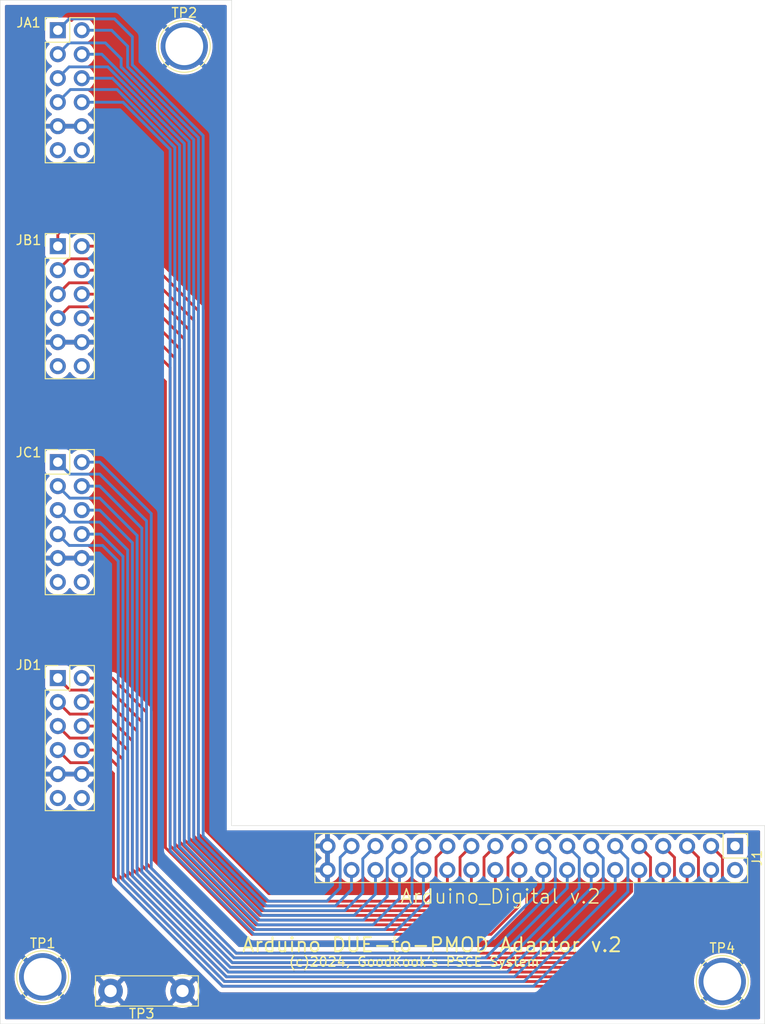
<source format=kicad_pcb>
(kicad_pcb (version 20240108) (generator "pcbnew") (generator_version "8.0")
  (layers (0 "F.Cu" signal) (31 "B.Cu" signal) (34 "B.Paste" user) (35 "F.Paste" user) (36 "B.SilkS" user "B.Silkscreen") (37 "F.SilkS" user "F.Silkscreen") (38 "B.Mask" user) (39 "F.Mask" user) (44 "Edge.Cuts" user))
  (net 0 "")
  (net 1 "GND")
  (net 4 "Net-(J1-Pin_14)")
  (net 5 "Net-(J1-Pin_19)")
  (net 6 "Net-(J1-Pin_6)")
  (net 7 "Net-(J1-Pin_20)")
  (net 9 "Net-(J1-Pin_10)")
  (net 10 "Net-(J1-Pin_3)")
  (net 11 "Net-(J1-Pin_13)")
  (net 12 "Net-(J1-Pin_4)")
  (net 13 "Net-(J1-Pin_5)")
  (net 14 "Net-(J1-Pin_26)")
  (net 15 "Net-(J1-Pin_28)")
  (net 16 "Net-(J1-Pin_30)")
  (net 17 "Net-(J1-Pin_32)")
  (net 18 "Net-(J1-Pin_17)")
  (net 19 "Net-(J1-Pin_9)")
  (net 20 "Net-(J1-Pin_12)")
  (net 21 "Net-(J1-Pin_18)")
  (net 22 "Net-(J1-Pin_25)")
  (net 23 "Net-(J1-Pin_21)")
  (net 24 "Net-(J1-Pin_22)")
  (net 25 "Net-(J1-Pin_15)")
  (net 26 "Net-(J1-Pin_29)")
  (net 27 "Net-(J1-Pin_8)")
  (net 28 "Net-(J1-Pin_33)")
  (net 29 "Net-(J1-Pin_16)")
  (net 30 "Net-(J1-Pin_23)")
  (net 31 "Net-(J1-Pin_11)")
  (net 32 "Net-(J1-Pin_7)")
  (net 33 "Net-(J1-Pin_27)")
  (net 34 "Net-(J1-Pin_24)")
  (net 36 "Net-(J1-Pin_34)")
  (net 37 "Net-(J1-Pin_31)")
  (footprint "TestPoint:TestPoint_Plated_Hole_D4.0mm" (layer "F.Cu") (at 115 52.5)
    (property "Reference" "TP2" (at 0 -3.548 0) (layer "F.SilkS"))
    (property "Value" "TestPoint" (hide yes))
    (fp_circle (center 0 0) (end 0 2.75) (stroke (width 0.12)) (fill none) (layer "F.SilkS"))
    (pad "1" thru_hole circle (at 0 0) (size 5 5) (drill 4) (layers "*.Cu" "*.Mask") (net 1 "GND"))
  )
  (footprint "TestPoint:TestPoint_Plated_Hole_D4.0mm" (layer "F.Cu") (at 172 151.5)
    (property "Reference" "TP4" (at 0 -3.548 0) (layer "F.SilkS"))
    (property "Value" "TestPoint" (hide yes))
    (fp_circle (center 0 0) (end 0 2.75) (stroke (width 0.12)) (fill none) (layer "F.SilkS"))
    (pad "1" thru_hole circle (at 0 0) (size 5 5) (drill 4) (layers "*.Cu" "*.Mask") (net 1 "GND"))
  )
  (footprint "Connector_PinHeader_2.54mm:PinHeader_2x06_P2.54mm_Vertical" (layer "F.Cu") (at 101.6 50.8)
    (property "Reference" "JA1" (at -3.1 -0.8 0) (layer "F.SilkS"))
    (property "Value" "A7_JA")
    (fp_line (start -1.33 -1.33) (end 0 -1.33) (stroke (width 0.12)) (layer "F.SilkS"))
    (fp_line (start -1.33 0) (end -1.33 -1.33) (stroke (width 0.12)) (layer "F.SilkS"))
    (fp_line (start -1.33 1.27) (end -1.33 14.03) (stroke (width 0.12)) (layer "F.SilkS"))
    (fp_line (start -1.33 1.27) (end 1.27 1.27) (stroke (width 0.12)) (layer "F.SilkS"))
    (fp_line (start -1.33 14.03) (end 3.87 14.03) (stroke (width 0.12)) (layer "F.SilkS"))
    (fp_line (start 1.27 -1.33) (end 3.87 -1.33) (stroke (width 0.12)) (layer "F.SilkS"))
    (fp_line (start 1.27 1.27) (end 1.27 -1.33) (stroke (width 0.12)) (layer "F.SilkS"))
    (fp_line (start 3.87 -1.33) (end 3.87 14.03) (stroke (width 0.12)) (layer "F.SilkS"))
    (pad "1" thru_hole rect (at 0 0) (size 1.7 1.7) (drill 1) (layers "*.Cu" "*.Mask") (net 28 "Net-(J1-Pin_33)"))
    (pad "2" thru_hole oval (at 2.54 0) (size 1.7 1.7) (drill 1) (layers "*.Cu" "*.Mask") (net 36 "Net-(J1-Pin_34)"))
    (pad "3" thru_hole oval (at 0 2.54) (size 1.7 1.7) (drill 1) (layers "*.Cu" "*.Mask") (net 37 "Net-(J1-Pin_31)"))
    (pad "4" thru_hole oval (at 2.54 2.54) (size 1.7 1.7) (drill 1) (layers "*.Cu" "*.Mask") (net 17 "Net-(J1-Pin_32)"))
    (pad "5" thru_hole oval (at 0 5.08) (size 1.7 1.7) (drill 1) (layers "*.Cu" "*.Mask") (net 26 "Net-(J1-Pin_29)"))
    (pad "6" thru_hole oval (at 2.54 5.08) (size 1.7 1.7) (drill 1) (layers "*.Cu" "*.Mask") (net 16 "Net-(J1-Pin_30)"))
    (pad "7" thru_hole oval (at 0 7.62) (size 1.7 1.7) (drill 1) (layers "*.Cu" "*.Mask") (net 33 "Net-(J1-Pin_27)"))
    (pad "8" thru_hole oval (at 2.54 7.62) (size 1.7 1.7) (drill 1) (layers "*.Cu" "*.Mask") (net 15 "Net-(J1-Pin_28)"))
    (pad "9" thru_hole oval (at 0 10.16) (size 1.7 1.7) (drill 1) (layers "*.Cu" "*.Mask") (net 1 "GND"))
    (pad "10" thru_hole oval (at 2.54 10.16) (size 1.7 1.7) (drill 1) (layers "*.Cu" "*.Mask") (net 1 "GND"))
    (pad "11" thru_hole oval (at 0 12.7) (size 1.7 1.7) (drill 1) (layers "*.Cu" "*.Mask"))
    (pad "12" thru_hole oval (at 2.54 12.7) (size 1.7 1.7) (drill 1) (layers "*.Cu" "*.Mask"))
  )
  (footprint "Connector_PinHeader_2.54mm:PinHeader_2x06_P2.54mm_Vertical" (layer "F.Cu") (at 101.6 96.52)
    (property "Reference" "JC1" (at -3.1 -1.02 0) (layer "F.SilkS"))
    (property "Value" "A7_JC")
    (fp_line (start -1.33 -1.33) (end 0 -1.33) (stroke (width 0.12)) (layer "F.SilkS"))
    (fp_line (start -1.33 0) (end -1.33 -1.33) (stroke (width 0.12)) (layer "F.SilkS"))
    (fp_line (start -1.33 1.27) (end -1.33 14.03) (stroke (width 0.12)) (layer "F.SilkS"))
    (fp_line (start -1.33 1.27) (end 1.27 1.27) (stroke (width 0.12)) (layer "F.SilkS"))
    (fp_line (start -1.33 14.03) (end 3.87 14.03) (stroke (width 0.12)) (layer "F.SilkS"))
    (fp_line (start 1.27 -1.33) (end 3.87 -1.33) (stroke (width 0.12)) (layer "F.SilkS"))
    (fp_line (start 1.27 1.27) (end 1.27 -1.33) (stroke (width 0.12)) (layer "F.SilkS"))
    (fp_line (start 3.87 -1.33) (end 3.87 14.03) (stroke (width 0.12)) (layer "F.SilkS"))
    (pad "1" thru_hole rect (at 0 0) (size 1.7 1.7) (drill 1) (layers "*.Cu" "*.Mask") (net 18 "Net-(J1-Pin_17)"))
    (pad "2" thru_hole oval (at 2.54 0) (size 1.7 1.7) (drill 1) (layers "*.Cu" "*.Mask") (net 21 "Net-(J1-Pin_18)"))
    (pad "3" thru_hole oval (at 0 2.54) (size 1.7 1.7) (drill 1) (layers "*.Cu" "*.Mask") (net 25 "Net-(J1-Pin_15)"))
    (pad "4" thru_hole oval (at 2.54 2.54) (size 1.7 1.7) (drill 1) (layers "*.Cu" "*.Mask") (net 29 "Net-(J1-Pin_16)"))
    (pad "5" thru_hole oval (at 0 5.08) (size 1.7 1.7) (drill 1) (layers "*.Cu" "*.Mask") (net 11 "Net-(J1-Pin_13)"))
    (pad "6" thru_hole oval (at 2.54 5.08) (size 1.7 1.7) (drill 1) (layers "*.Cu" "*.Mask") (net 4 "Net-(J1-Pin_14)"))
    (pad "7" thru_hole oval (at 0 7.62) (size 1.7 1.7) (drill 1) (layers "*.Cu" "*.Mask") (net 31 "Net-(J1-Pin_11)"))
    (pad "8" thru_hole oval (at 2.54 7.62) (size 1.7 1.7) (drill 1) (layers "*.Cu" "*.Mask") (net 20 "Net-(J1-Pin_12)"))
    (pad "9" thru_hole oval (at 0 10.16) (size 1.7 1.7) (drill 1) (layers "*.Cu" "*.Mask") (net 1 "GND"))
    (pad "10" thru_hole oval (at 2.54 10.16) (size 1.7 1.7) (drill 1) (layers "*.Cu" "*.Mask") (net 1 "GND"))
    (pad "11" thru_hole oval (at 0 12.7) (size 1.7 1.7) (drill 1) (layers "*.Cu" "*.Mask"))
    (pad "12" thru_hole oval (at 2.54 12.7) (size 1.7 1.7) (drill 1) (layers "*.Cu" "*.Mask"))
  )
  (footprint "Connector_PinHeader_2.54mm:PinHeader_2x06_P2.54mm_Vertical" (layer "F.Cu") (at 101.6 73.66)
    (property "Reference" "JB1" (at -3.1 -0.635 0) (layer "F.SilkS"))
    (property "Value" "A7_JB")
    (fp_line (start -1.33 -1.33) (end 0 -1.33) (stroke (width 0.12)) (layer "F.SilkS"))
    (fp_line (start -1.33 0) (end -1.33 -1.33) (stroke (width 0.12)) (layer "F.SilkS"))
    (fp_line (start -1.33 1.27) (end -1.33 14.03) (stroke (width 0.12)) (layer "F.SilkS"))
    (fp_line (start -1.33 1.27) (end 1.27 1.27) (stroke (width 0.12)) (layer "F.SilkS"))
    (fp_line (start -1.33 14.03) (end 3.87 14.03) (stroke (width 0.12)) (layer "F.SilkS"))
    (fp_line (start 1.27 -1.33) (end 3.87 -1.33) (stroke (width 0.12)) (layer "F.SilkS"))
    (fp_line (start 1.27 1.27) (end 1.27 -1.33) (stroke (width 0.12)) (layer "F.SilkS"))
    (fp_line (start 3.87 -1.33) (end 3.87 14.03) (stroke (width 0.12)) (layer "F.SilkS"))
    (pad "1" thru_hole rect (at 0 0) (size 1.7 1.7) (drill 1) (layers "*.Cu" "*.Mask") (net 22 "Net-(J1-Pin_25)"))
    (pad "2" thru_hole oval (at 2.54 0) (size 1.7 1.7) (drill 1) (layers "*.Cu" "*.Mask") (net 14 "Net-(J1-Pin_26)"))
    (pad "3" thru_hole oval (at 0 2.54) (size 1.7 1.7) (drill 1) (layers "*.Cu" "*.Mask") (net 30 "Net-(J1-Pin_23)"))
    (pad "4" thru_hole oval (at 2.54 2.54) (size 1.7 1.7) (drill 1) (layers "*.Cu" "*.Mask") (net 34 "Net-(J1-Pin_24)"))
    (pad "5" thru_hole oval (at 0 5.08) (size 1.7 1.7) (drill 1) (layers "*.Cu" "*.Mask") (net 23 "Net-(J1-Pin_21)"))
    (pad "6" thru_hole oval (at 2.54 5.08) (size 1.7 1.7) (drill 1) (layers "*.Cu" "*.Mask") (net 24 "Net-(J1-Pin_22)"))
    (pad "7" thru_hole oval (at 0 7.62) (size 1.7 1.7) (drill 1) (layers "*.Cu" "*.Mask") (net 5 "Net-(J1-Pin_19)"))
    (pad "8" thru_hole oval (at 2.54 7.62) (size 1.7 1.7) (drill 1) (layers "*.Cu" "*.Mask") (net 7 "Net-(J1-Pin_20)"))
    (pad "9" thru_hole oval (at 0 10.16) (size 1.7 1.7) (drill 1) (layers "*.Cu" "*.Mask") (net 1 "GND"))
    (pad "10" thru_hole oval (at 2.54 10.16) (size 1.7 1.7) (drill 1) (layers "*.Cu" "*.Mask") (net 1 "GND"))
    (pad "11" thru_hole oval (at 0 12.7) (size 1.7 1.7) (drill 1) (layers "*.Cu" "*.Mask"))
    (pad "12" thru_hole oval (at 2.54 12.7) (size 1.7 1.7) (drill 1) (layers "*.Cu" "*.Mask"))
  )
  (footprint "TestPoint:TestPoint_Plated_Hole_D4.0mm" (layer "F.Cu") (at 100 151)
    (property "Reference" "TP1" (at 0 -3.548 0) (layer "F.SilkS"))
    (property "Value" "TestPoint" (hide yes))
    (fp_circle (center 0 0) (end 0 2.75) (stroke (width 0.12)) (fill none) (layer "F.SilkS"))
    (pad "1" thru_hole circle (at 0 0) (size 5 5) (drill 4) (layers "*.Cu" "*.Mask") (net 1 "GND"))
  )
  (footprint "Connector_PinHeader_2.54mm:PinHeader_2x06_P2.54mm_Vertical" (layer "F.Cu") (at 101.6 119.38)
    (property "Reference" "JD1" (at -3.1 -1.38 0) (layer "F.SilkS"))
    (property "Value" "A7_JD")
    (fp_line (start -1.33 -1.33) (end 0 -1.33) (stroke (width 0.12)) (layer "F.SilkS"))
    (fp_line (start -1.33 0) (end -1.33 -1.33) (stroke (width 0.12)) (layer "F.SilkS"))
    (fp_line (start -1.33 1.27) (end -1.33 14.03) (stroke (width 0.12)) (layer "F.SilkS"))
    (fp_line (start -1.33 1.27) (end 1.27 1.27) (stroke (width 0.12)) (layer "F.SilkS"))
    (fp_line (start -1.33 14.03) (end 3.87 14.03) (stroke (width 0.12)) (layer "F.SilkS"))
    (fp_line (start 1.27 -1.33) (end 3.87 -1.33) (stroke (width 0.12)) (layer "F.SilkS"))
    (fp_line (start 1.27 1.27) (end 1.27 -1.33) (stroke (width 0.12)) (layer "F.SilkS"))
    (fp_line (start 3.87 -1.33) (end 3.87 14.03) (stroke (width 0.12)) (layer "F.SilkS"))
    (pad "1" thru_hole rect (at 0 0) (size 1.7 1.7) (drill 1) (layers "*.Cu" "*.Mask") (net 19 "Net-(J1-Pin_9)"))
    (pad "2" thru_hole oval (at 2.54 0) (size 1.7 1.7) (drill 1) (layers "*.Cu" "*.Mask") (net 9 "Net-(J1-Pin_10)"))
    (pad "3" thru_hole oval (at 0 2.54) (size 1.7 1.7) (drill 1) (layers "*.Cu" "*.Mask") (net 32 "Net-(J1-Pin_7)"))
    (pad "4" thru_hole oval (at 2.54 2.54) (size 1.7 1.7) (drill 1) (layers "*.Cu" "*.Mask") (net 27 "Net-(J1-Pin_8)"))
    (pad "5" thru_hole oval (at 0 5.08) (size 1.7 1.7) (drill 1) (layers "*.Cu" "*.Mask") (net 13 "Net-(J1-Pin_5)"))
    (pad "6" thru_hole oval (at 2.54 5.08) (size 1.7 1.7) (drill 1) (layers "*.Cu" "*.Mask") (net 6 "Net-(J1-Pin_6)"))
    (pad "7" thru_hole oval (at 0 7.62) (size 1.7 1.7) (drill 1) (layers "*.Cu" "*.Mask") (net 10 "Net-(J1-Pin_3)"))
    (pad "8" thru_hole oval (at 2.54 7.62) (size 1.7 1.7) (drill 1) (layers "*.Cu" "*.Mask") (net 12 "Net-(J1-Pin_4)"))
    (pad "9" thru_hole oval (at 0 10.16) (size 1.7 1.7) (drill 1) (layers "*.Cu" "*.Mask") (net 1 "GND"))
    (pad "10" thru_hole oval (at 2.54 10.16) (size 1.7 1.7) (drill 1) (layers "*.Cu" "*.Mask") (net 1 "GND"))
    (pad "11" thru_hole oval (at 0 12.7) (size 1.7 1.7) (drill 1) (layers "*.Cu" "*.Mask"))
    (pad "12" thru_hole oval (at 2.54 12.7) (size 1.7 1.7) (drill 1) (layers "*.Cu" "*.Mask"))
  )
  (footprint "TestPoint:TestPoint_Bridge_Pitch7.62mm_Drill1.3mm" (layer "F.Cu") (at 107.19 152.5)
    (property "Reference" "TP3" (at 3.3 2.4 0) (layer "F.SilkS"))
    (property "Value" "TestPoint")
    (fp_line (start -1.6 -1.6) (end 9.3 -1.6) (stroke (width 0.12)) (layer "F.SilkS"))
    (fp_line (start -1.6 1.6) (end -1.6 -1.6) (stroke (width 0.12)) (layer "F.SilkS"))
    (fp_line (start 9.3 -1.6) (end 9.3 1.6) (stroke (width 0.12)) (layer "F.SilkS"))
    (fp_line (start 9.3 1.6) (end -1.6 1.6) (stroke (width 0.12)) (layer "F.SilkS"))
    (pad "1" thru_hole circle (at 0 0) (size 2.6 2.6) (drill 1.3) (layers "*.Cu" "*.Mask") (net 1 "GND"))
    (pad "1" thru_hole circle (at 7.62 0) (size 2.6 2.6) (drill 1.3) (layers "*.Cu" "*.Mask") (net 1 "GND"))
  )
  (footprint "Connector_PinHeader_2.54mm:PinHeader_2x18_P2.54mm_Vertical" (layer "F.Cu") (at 173.355 137.16 -90)
    (property "Reference" "J1" (at 1.27 -2.33 90) (layer "F.SilkS"))
    (property "Value" "Arduino_Digital v.2" (at 5.34 24.855 180) (layer "F.SilkS") (effects (font (size 1.5 1.5))))
    (fp_line (start -1.33 44.51) (end 3.87 44.51) (stroke (width 0.12)) (layer "F.SilkS"))
    (fp_line (start -1.33 1.27) (end -1.33 44.51) (stroke (width 0.12)) (layer "F.SilkS"))
    (fp_line (start -1.33 1.27) (end 1.27 1.27) (stroke (width 0.12)) (layer "F.SilkS"))
    (fp_line (start 1.27 1.27) (end 1.27 -1.33) (stroke (width 0.12)) (layer "F.SilkS"))
    (fp_line (start -1.33 0) (end -1.33 -1.33) (stroke (width 0.12)) (layer "F.SilkS"))
    (fp_line (start -1.33 -1.33) (end 0 -1.33) (stroke (width 0.12)) (layer "F.SilkS"))
    (fp_line (start 1.27 -1.33) (end 3.87 -1.33) (stroke (width 0.12)) (layer "F.SilkS"))
    (fp_line (start 3.87 -1.33) (end 3.87 44.51) (stroke (width 0.12)) (layer "F.SilkS"))
    (pad "1" thru_hole rect (at 0 0 270) (size 1.7 1.7) (drill 1) (layers "*.Cu" "*.Mask"))
    (pad "2" thru_hole oval (at 2.54 0 270) (size 1.7 1.7) (drill 1) (layers "*.Cu" "*.Mask"))
    (pad "3" thru_hole oval (at 0 2.54 270) (size 1.7 1.7) (drill 1) (layers "*.Cu" "*.Mask") (net 10 "Net-(J1-Pin_3)"))
    (pad "4" thru_hole oval (at 2.54 2.54 270) (size 1.7 1.7) (drill 1) (layers "*.Cu" "*.Mask") (net 12 "Net-(J1-Pin_4)"))
    (pad "5" thru_hole oval (at 0 5.08 270) (size 1.7 1.7) (drill 1) (layers "*.Cu" "*.Mask") (net 13 "Net-(J1-Pin_5)"))
    (pad "6" thru_hole oval (at 2.54 5.08 270) (size 1.7 1.7) (drill 1) (layers "*.Cu" "*.Mask") (net 6 "Net-(J1-Pin_6)"))
    (pad "7" thru_hole oval (at 0 7.62 270) (size 1.7 1.7) (drill 1) (layers "*.Cu" "*.Mask") (net 32 "Net-(J1-Pin_7)"))
    (pad "8" thru_hole oval (at 2.54 7.62 270) (size 1.7 1.7) (drill 1) (layers "*.Cu" "*.Mask") (net 27 "Net-(J1-Pin_8)"))
    (pad "9" thru_hole oval (at 0 10.16 270) (size 1.7 1.7) (drill 1) (layers "*.Cu" "*.Mask") (net 19 "Net-(J1-Pin_9)"))
    (pad "10" thru_hole oval (at 2.54 10.16 270) (size 1.7 1.7) (drill 1) (layers "*.Cu" "*.Mask") (net 9 "Net-(J1-Pin_10)"))
    (pad "11" thru_hole oval (at 0 12.7 270) (size 1.7 1.7) (drill 1) (layers "*.Cu" "*.Mask") (net 31 "Net-(J1-Pin_11)"))
    (pad "12" thru_hole oval (at 2.54 12.7 270) (size 1.7 1.7) (drill 1) (layers "*.Cu" "*.Mask") (net 20 "Net-(J1-Pin_12)"))
    (pad "13" thru_hole oval (at 0 15.24 270) (size 1.7 1.7) (drill 1) (layers "*.Cu" "*.Mask") (net 11 "Net-(J1-Pin_13)"))
    (pad "14" thru_hole oval (at 2.54 15.24 270) (size 1.7 1.7) (drill 1) (layers "*.Cu" "*.Mask") (net 4 "Net-(J1-Pin_14)"))
    (pad "15" thru_hole oval (at 0 17.78 270) (size 1.7 1.7) (drill 1) (layers "*.Cu" "*.Mask") (net 25 "Net-(J1-Pin_15)"))
    (pad "16" thru_hole oval (at 2.54 17.78 270) (size 1.7 1.7) (drill 1) (layers "*.Cu" "*.Mask") (net 29 "Net-(J1-Pin_16)"))
    (pad "17" thru_hole oval (at 0 20.32 270) (size 1.7 1.7) (drill 1) (layers "*.Cu" "*.Mask") (net 18 "Net-(J1-Pin_17)"))
    (pad "18" thru_hole oval (at 2.54 20.32 270) (size 1.7 1.7) (drill 1) (layers "*.Cu" "*.Mask") (net 21 "Net-(J1-Pin_18)"))
    (pad "19" thru_hole oval (at 0 22.86 270) (size 1.7 1.7) (drill 1) (layers "*.Cu" "*.Mask") (net 5 "Net-(J1-Pin_19)"))
    (pad "20" thru_hole oval (at 2.54 22.86 270) (size 1.7 1.7) (drill 1) (layers "*.Cu" "*.Mask") (net 7 "Net-(J1-Pin_20)"))
    (pad "21" thru_hole oval (at 0 25.4 270) (size 1.7 1.7) (drill 1) (layers "*.Cu" "*.Mask") (net 23 "Net-(J1-Pin_21)"))
    (pad "22" thru_hole oval (at 2.54 25.4 270) (size 1.7 1.7) (drill 1) (layers "*.Cu" "*.Mask") (net 24 "Net-(J1-Pin_22)"))
    (pad "23" thru_hole oval (at 0 27.94 270) (size 1.7 1.7) (drill 1) (layers "*.Cu" "*.Mask") (net 30 "Net-(J1-Pin_23)"))
    (pad "24" thru_hole oval (at 2.54 27.94 270) (size 1.7 1.7) (drill 1) (layers "*.Cu" "*.Mask") (net 34 "Net-(J1-Pin_24)"))
    (pad "25" thru_hole oval (at 0 30.48 270) (size 1.7 1.7) (drill 1) (layers "*.Cu" "*.Mask") (net 22 "Net-(J1-Pin_25)"))
    (pad "26" thru_hole oval (at 2.54 30.48 270) (size 1.7 1.7) (drill 1) (layers "*.Cu" "*.Mask") (net 14 "Net-(J1-Pin_26)"))
    (pad "27" thru_hole oval (at 0 33.02 270) (size 1.7 1.7) (drill 1) (layers "*.Cu" "*.Mask") (net 33 "Net-(J1-Pin_27)"))
    (pad "28" thru_hole oval (at 2.54 33.02 270) (size 1.7 1.7) (drill 1) (layers "*.Cu" "*.Mask") (net 15 "Net-(J1-Pin_28)"))
    (pad "29" thru_hole oval (at 0 35.56 270) (size 1.7 1.7) (drill 1) (layers "*.Cu" "*.Mask") (net 26 "Net-(J1-Pin_29)"))
    (pad "30" thru_hole oval (at 2.54 35.56 270) (size 1.7 1.7) (drill 1) (layers "*.Cu" "*.Mask") (net 16 "Net-(J1-Pin_30)"))
    (pad "31" thru_hole oval (at 0 38.1 270) (size 1.7 1.7) (drill 1) (layers "*.Cu" "*.Mask") (net 37 "Net-(J1-Pin_31)"))
    (pad "32" thru_hole oval (at 2.54 38.1 270) (size 1.7 1.7) (drill 1) (layers "*.Cu" "*.Mask") (net 17 "Net-(J1-Pin_32)"))
    (pad "33" thru_hole oval (at 0 40.64 270) (size 1.7 1.7) (drill 1) (layers "*.Cu" "*.Mask") (net 28 "Net-(J1-Pin_33)"))
    (pad "34" thru_hole oval (at 2.54 40.64 270) (size 1.7 1.7) (drill 1) (layers "*.Cu" "*.Mask") (net 36 "Net-(J1-Pin_34)"))
    (pad "35" thru_hole oval (at 0 43.18 270) (size 1.7 1.7) (drill 1) (layers "*.Cu" "*.Mask") (net 1 "GND"))
    (pad "36" thru_hole oval (at 2.54 43.18 270) (size 1.7 1.7) (drill 1) (layers "*.Cu" "*.Mask") (net 1 "GND"))
  )
  (gr_line (start 95.5 47.625) (end 95.5 156) (stroke (width 0.05)) (layer "Edge.Cuts"))
  (gr_line (start 176.5 156) (end 176.5 135) (stroke (width 0.05)) (layer "Edge.Cuts"))
  (gr_line (start 120 135) (end 120.015 47.625) (stroke (width 0.05)) (layer "Edge.Cuts"))
  (gr_line (start 95.5 156) (end 176.5 156) (stroke (width 0.05)) (layer "Edge.Cuts"))
  (gr_line (start 120.015 47.625) (end 95.5 47.625) (stroke (width 0.05)) (layer "Edge.Cuts"))
  (gr_line (start 176.5 135) (end 120 135) (stroke (width 0.05)) (layer "Edge.Cuts"))
  (gr_text "(c)2024, GoodKook's PSCE System" (at 126 150 0) (layer "F.SilkS") (effects (font (size 1 1)) (justify left bottom)))
  (gr_text "Arduino DUE-to-PMOD Adaptor v.2" (at 121 148.5 0) (layer "F.SilkS") (effects (font (size 1.5 1.5) (thickness 0.2)) (justify left bottom)))
  (segment (start 106.045 101.6) (end 104.14 101.6) (width 0.3) (layer "B.Cu") (net 4))
  (segment (start 149.22 150.5) (end 119.671572 150.5) (width 0.3) (layer "B.Cu") (net 4))
  (segment (start 119.671572 150.5) (end 109.5 140.328428) (width 0.3) (layer "B.Cu") (net 4))
  (segment (start 109.5 105.055) (end 106.045 101.6) (width 0.3) (layer "B.Cu") (net 4))
  (segment (start 158.115 141.605) (end 149.22 150.5) (width 0.3) (layer "B.Cu") (net 4))
  (segment (start 109.5 140.328428) (end 109.5 105.055) (width 0.3) (layer "B.Cu") (net 4))
  (segment (start 158.115 139.7) (end 158.115 141.605) (width 0.3) (layer "B.Cu") (net 4))
  (segment (start 149.295 138.36) (end 149.295 143.205) (width 0.3) (layer "F.Cu") (net 5))
  (segment (start 149.295 143.205) (end 146.5 146) (width 0.3) (layer "F.Cu") (net 5))
  (segment (start 107.08 80.08) (end 102.8 80.08) (width 0.3) (layer "F.Cu") (net 5))
  (segment (start 102.8 80.08) (end 101.6 81.28) (width 0.3) (layer "F.Cu") (net 5))
  (segment (start 113.5 137.121321) (end 113.5 86.5) (width 0.3) (layer "F.Cu") (net 5))
  (segment (start 122.378679 146) (end 113.5 137.121321) (width 0.3) (layer "F.Cu") (net 5))
  (segment (start 113.5 86.5) (end 107.08 80.08) (width 0.3) (layer "F.Cu") (net 5))
  (segment (start 150.495 137.16) (end 149.295 138.36) (width 0.3) (layer "F.Cu") (net 5))
  (segment (start 146.5 146) (end 122.378679 146) (width 0.3) (layer "F.Cu") (net 5))
  (segment (start 168.275 143.225) (end 161 150.5) (width 0.3) (layer "F.Cu") (net 6))
  (segment (start 119.671572 150.5) (end 109 139.828428) (width 0.3) (layer "F.Cu") (net 6))
  (segment (start 168.275 139.7) (end 168.275 143.225) (width 0.3) (layer "F.Cu") (net 6))
  (segment (start 109 127) (end 106.46 124.46) (width 0.3) (layer "F.Cu") (net 6))
  (segment (start 161 150.5) (end 119.671572 150.5) (width 0.3) (layer "F.Cu") (net 6))
  (segment (start 109 139.828428) (end 109 127) (width 0.3) (layer "F.Cu") (net 6))
  (segment (start 106.46 124.46) (end 104.14 124.46) (width 0.3) (layer "F.Cu") (net 6))
  (segment (start 113 137.328428) (end 113 88) (width 0.3) (layer "F.Cu") (net 7))
  (segment (start 150.495 143.505) (end 147.5 146.5) (width 0.3) (layer "F.Cu") (net 7))
  (segment (start 150.495 139.7) (end 150.495 143.505) (width 0.3) (layer "F.Cu") (net 7))
  (segment (start 106.28 81.28) (end 104.14 81.28) (width 0.3) (layer "F.Cu") (net 7))
  (segment (start 122.171572 146.5) (end 113 137.328428) (width 0.3) (layer "F.Cu") (net 7))
  (segment (start 113 88) (end 106.28 81.28) (width 0.3) (layer "F.Cu") (net 7))
  (segment (start 147.5 146.5) (end 122.171572 146.5) (width 0.3) (layer "F.Cu") (net 7))
  (segment (start 163.195 139.7) (end 163.195 142.305) (width 0.3) (layer "F.Cu") (net 9))
  (segment (start 107.38 119.38) (end 104.14 119.38) (width 0.3) (layer "F.Cu") (net 9))
  (segment (start 111 123) (end 107.38 119.38) (width 0.3) (layer "F.Cu") (net 9))
  (segment (start 163.195 142.305) (end 157 148.5) (width 0.3) (layer "F.Cu") (net 9))
  (segment (start 111 139) (end 111 123) (width 0.3) (layer "F.Cu") (net 9))
  (segment (start 157 148.5) (end 120.5 148.5) (width 0.3) (layer "F.Cu") (net 9))
  (segment (start 120.5 148.5) (end 111 139) (width 0.3) (layer "F.Cu") (net 9))
  (segment (start 101.6 127) (end 102.94 128.34) (width 0.3) (layer "F.Cu") (net 10))
  (segment (start 172.015 143.985) (end 172.015 138.36) (width 0.3) (layer "F.Cu") (net 10))
  (segment (start 164 152) (end 172.015 143.985) (width 0.3) (layer "F.Cu") (net 10))
  (segment (start 102.94 128.34) (end 106.34 128.34) (width 0.3) (layer "F.Cu") (net 10))
  (segment (start 172.015 138.36) (end 170.815 137.16) (width 0.3) (layer "F.Cu") (net 10))
  (segment (start 107.5 140.449749) (end 119.050251 152) (width 0.3) (layer "F.Cu") (net 10))
  (segment (start 119.050251 152) (end 164 152) (width 0.3) (layer "F.Cu") (net 10))
  (segment (start 172.085 138.43) (end 170.815 137.16) (width 0.3) (layer "F.Cu") (net 10))
  (segment (start 106.34 128.34) (end 107.5 129.5) (width 0.3) (layer "F.Cu") (net 10))
  (segment (start 107.5 129.5) (end 107.5 140.449749) (width 0.3) (layer "F.Cu") (net 10))
  (segment (start 109 105.825) (end 106.045 102.87) (width 0.3) (layer "B.Cu") (net 11))
  (segment (start 159.385 138.43) (end 159.385 141.605) (width 0.3) (layer "B.Cu") (net 11))
  (segment (start 109 140.535535) (end 109 105.825) (width 0.3) (layer "B.Cu") (net 11))
  (segment (start 158.115 137.16) (end 159.385 138.43) (width 0.3) (layer "B.Cu") (net 11))
  (segment (start 106.045 102.87) (end 102.87 102.87) (width 0.3) (layer "B.Cu") (net 11))
  (segment (start 149.99 151) (end 119.464465 151) (width 0.3) (layer "B.Cu") (net 11))
  (segment (start 159.385 141.605) (end 149.99 151) (width 0.3) (layer "B.Cu") (net 11))
  (segment (start 102.87 102.87) (end 101.6 101.6) (width 0.3) (layer "B.Cu") (net 11))
  (segment (start 119.464465 151) (end 109 140.535535) (width 0.3) (layer "B.Cu") (net 11))
  (segment (start 170.815 143.685) (end 170.815 139.7) (width 0.3) (layer "F.Cu") (net 12))
  (segment (start 108 140.242642) (end 119.257358 151.5) (width 0.3) (layer "F.Cu") (net 12))
  (segment (start 106.25 127) (end 108 128.75) (width 0.3) (layer "F.Cu") (net 12))
  (segment (start 104.14 127) (end 106.25 127) (width 0.3) (layer "F.Cu") (net 12))
  (segment (start 163 151.5) (end 170.815 143.685) (width 0.3) (layer "F.Cu") (net 12))
  (segment (start 108 128.75) (end 108 140.242642) (width 0.3) (layer "F.Cu") (net 12))
  (segment (start 119.257358 151.5) (end 163 151.5) (width 0.3) (layer "F.Cu") (net 12))
  (segment (start 119.464465 151) (end 108.5 140.035535) (width 0.3) (layer "F.Cu") (net 13))
  (segment (start 108.5 128) (end 106.23 125.73) (width 0.3) (layer "F.Cu") (net 13))
  (segment (start 169.475 138.36) (end 169.475 143.525) (width 0.3) (layer "F.Cu") (net 13))
  (segment (start 168.275 137.16) (end 169.475 138.36) (width 0.3) (layer "F.Cu") (net 13))
  (segment (start 169.475 143.525) (end 162 151) (width 0.3) (layer "F.Cu") (net 13))
  (segment (start 102.87 125.73) (end 101.6 124.46) (width 0.3) (layer "F.Cu") (net 13))
  (segment (start 108.5 140.035535) (end 108.5 128) (width 0.3) (layer "F.Cu") (net 13))
  (segment (start 162 151) (end 119.464465 151) (width 0.3) (layer "F.Cu") (net 13))
  (segment (start 106.23 125.73) (end 102.87 125.73) (width 0.3) (layer "F.Cu") (net 13))
  (segment (start 123.414212 143.5) (end 141.5 143.5) (width 0.3) (layer "F.Cu") (net 14))
  (segment (start 116 81.5) (end 116 136.085788) (width 0.3) (layer "F.Cu") (net 14))
  (segment (start 141.5 143.5) (end 142.875 142.125) (width 0.3) (layer "F.Cu") (net 14))
  (segment (start 104.14 73.66) (end 108.16 73.66) (width 0.3) (layer "F.Cu") (net 14))
  (segment (start 108.16 73.66) (end 116 81.5) (width 0.3) (layer "F.Cu") (net 14))
  (segment (start 142.875 142.125) (end 142.875 139.7) (width 0.3) (layer "F.Cu") (net 14))
  (segment (start 116 136.085788) (end 123.414212 143.5) (width 0.3) (layer "F.Cu") (net 14))
  (segment (start 104.14 58.42) (end 108.507315 58.42) (width 0.3) (layer "B.Cu") (net 15))
  (segment (start 108.507315 58.42) (end 113.5 63.412685) (width 0.3) (layer "B.Cu") (net 15))
  (segment (start 113.5 63.412685) (end 113.5 137.621321) (width 0.3) (layer "B.Cu") (net 15))
  (segment (start 137.103554 146.5) (end 140.335 143.268554) (width 0.3) (layer "B.Cu") (net 15))
  (segment (start 122.378679 146.5) (end 137.103554 146.5) (width 0.3) (layer "B.Cu") (net 15))
  (segment (start 113.5 137.621321) (end 122.378679 146.5) (width 0.3) (layer "B.Cu") (net 15))
  (segment (start 140.335 143.268554) (end 140.335 139.7) (width 0.3) (layer "B.Cu") (net 15))
  (segment (start 107.381527 55.88) (end 114.5 62.998473) (width 0.3) (layer "B.Cu") (net 16))
  (segment (start 122.792893 145.5) (end 135 145.5) (width 0.3) (layer "B.Cu") (net 16))
  (segment (start 114.5 62.998473) (end 114.5 137.207107) (width 0.3) (layer "B.Cu") (net 16))
  (segment (start 104.14 55.88) (end 107.381527 55.88) (width 0.3) (layer "B.Cu") (net 16))
  (segment (start 135 145.5) (end 137.795 142.705) (width 0.3) (layer "B.Cu") (net 16))
  (segment (start 137.795 142.705) (end 137.795 139.7) (width 0.3) (layer "B.Cu") (net 16))
  (segment (start 114.5 137.207107) (end 122.792893 145.5) (width 0.3) (layer "B.Cu") (net 16))
  (segment (start 115.5 62.584261) (end 106.255739 53.34) (width 0.3) (layer "B.Cu") (net 17))
  (segment (start 135.255 139.7) (end 135.255 142.245) (width 0.3) (layer "B.Cu") (net 17))
  (segment (start 135.255 142.245) (end 133 144.5) (width 0.3) (layer "B.Cu") (net 17))
  (segment (start 133 144.5) (end 123.25 144.5) (width 0.3) (layer "B.Cu") (net 17))
  (segment (start 115.5 136.75) (end 115.5 62.584261) (width 0.3) (layer "B.Cu") (net 17))
  (segment (start 106.255739 53.34) (end 104.14 53.34) (width 0.3) (layer "B.Cu") (net 17))
  (segment (start 123.25 144.5) (end 115.5 136.75) (width 0.3) (layer "B.Cu") (net 17))
  (segment (start 102.87 97.79) (end 101.6 96.52) (width 0.3) (layer "B.Cu") (net 18))
  (segment (start 106.045 97.79) (end 102.87 97.79) (width 0.3) (layer "B.Cu") (net 18))
  (segment (start 146.91 149) (end 120.292893 149) (width 0.3) (layer "B.Cu") (net 18))
  (segment (start 120.292893 149) (end 111 139.707107) (width 0.3) (layer "B.Cu") (net 18))
  (segment (start 111 102.745) (end 106.045 97.79) (width 0.3) (layer "B.Cu") (net 18))
  (segment (start 153.035 137.16) (end 154.305 138.43) (width 0.3) (layer "B.Cu") (net 18))
  (segment (start 111 139.707107) (end 111 102.745) (width 0.3) (layer "B.Cu") (net 18))
  (segment (start 154.305 141.605) (end 146.91 149) (width 0.3) (layer "B.Cu") (net 18))
  (segment (start 154.305 138.43) (end 154.305 141.605) (width 0.3) (layer "B.Cu") (net 18))
  (segment (start 164.395 138.36) (end 164.395 142.605) (width 0.3) (layer "F.Cu") (net 19))
  (segment (start 110.5 124) (end 107.15 120.65) (width 0.3) (layer "F.Cu") (net 19))
  (segment (start 158 149) (end 120.292893 149) (width 0.3) (layer "F.Cu") (net 19))
  (segment (start 110.5 139.207107) (end 110.5 124) (width 0.3) (layer "F.Cu") (net 19))
  (segment (start 120.292893 149) (end 110.5 139.207107) (width 0.3) (layer "F.Cu") (net 19))
  (segment (start 102.87 120.65) (end 101.6 119.38) (width 0.3) (layer "F.Cu") (net 19))
  (segment (start 164.395 142.605) (end 158 149) (width 0.3) (layer "F.Cu") (net 19))
  (segment (start 163.195 137.16) (end 164.395 138.36) (width 0.3) (layer "F.Cu") (net 19))
  (segment (start 107.15 120.65) (end 102.87 120.65) (width 0.3) (layer "F.Cu") (net 19))
  (segment (start 151 151.5) (end 160.655 141.845) (width 0.3) (layer "B.Cu") (net 20))
  (segment (start 104.14 104.14) (end 106.14 104.14) (width 0.3) (layer "B.Cu") (net 20))
  (segment (start 108.5 106.5) (end 108.5 140.742642) (width 0.3) (layer "B.Cu") (net 20))
  (segment (start 108.5 140.742642) (end 119.257358 151.5) (width 0.3) (layer "B.Cu") (net 20))
  (segment (start 119.257358 151.5) (end 151 151.5) (width 0.3) (layer "B.Cu") (net 20))
  (segment (start 160.655 141.845) (end 160.655 139.7) (width 0.3) (layer "B.Cu") (net 20))
  (segment (start 106.14 104.14) (end 108.5 106.5) (width 0.3) (layer "B.Cu") (net 20))
  (segment (start 106.045 96.52) (end 104.14 96.52) (width 0.3) (layer "B.Cu") (net 21))
  (segment (start 111.5 139.5) (end 111.5 101.975) (width 0.3) (layer "B.Cu") (net 21))
  (segment (start 111.5 101.975) (end 106.045 96.52) (width 0.3) (layer "B.Cu") (net 21))
  (segment (start 153.035 141.605) (end 146.14 148.5) (width 0.3) (layer "B.Cu") (net 21))
  (segment (start 146.14 148.5) (end 120.5 148.5) (width 0.3) (layer "B.Cu") (net 21))
  (segment (start 153.035 139.7) (end 153.035 141.605) (width 0.3) (layer "B.Cu") (net 21))
  (segment (start 120.5 148.5) (end 111.5 139.5) (width 0.3) (layer "B.Cu") (net 21))
  (segment (start 140.5 143) (end 123.621318 143) (width 0.3) (layer "F.Cu") (net 22))
  (segment (start 141.675 138.36) (end 141.675 141.825) (width 0.3) (layer "F.Cu") (net 22))
  (segment (start 116.5 80.5) (end 107.5 71.5) (width 0.3) (layer "F.Cu") (net 22))
  (segment (start 101.6 72.4) (end 101.6 73.66) (width 0.3) (layer "F.Cu") (net 22))
  (segment (start 107.5 71.5) (end 102.5 71.5) (width 0.3) (layer "F.Cu") (net 22))
  (segment (start 141.675 141.825) (end 140.5 143) (width 0.3) (layer "F.Cu") (net 22))
  (segment (start 142.875 137.16) (end 141.675 138.36) (width 0.3) (layer "F.Cu") (net 22))
  (segment (start 116.5 135.878682) (end 116.5 80.5) (width 0.3) (layer "F.Cu") (net 22))
  (segment (start 123.621318 143) (end 116.5 135.878682) (width 0.3) (layer "F.Cu") (net 22))
  (segment (start 102.5 71.5) (end 101.6 72.4) (width 0.3) (layer "F.Cu") (net 22))
  (segment (start 122.792893 145) (end 114.5 136.707107) (width 0.3) (layer "F.Cu") (net 23))
  (segment (start 114.5 136.707107) (end 114.5 84.5) (width 0.3) (layer "F.Cu") (net 23))
  (segment (start 144.5 145) (end 122.792893 145) (width 0.3) (layer "F.Cu") (net 23))
  (segment (start 146.755 142.745) (end 144.5 145) (width 0.3) (layer "F.Cu") (net 23))
  (segment (start 102.8 77.54) (end 101.6 78.74) (width 0.3) (layer "F.Cu") (net 23))
  (segment (start 107.54 77.54) (end 102.8 77.54) (width 0.3) (layer "F.Cu") (net 23))
  (segment (start 146.755 138.36) (end 146.755 142.745) (width 0.3) (layer "F.Cu") (net 23))
  (segment (start 147.955 137.16) (end 146.755 138.36) (width 0.3) (layer "F.Cu") (net 23))
  (segment (start 114.5 84.5) (end 107.54 77.54) (width 0.3) (layer "F.Cu") (net 23))
  (segment (start 114 136.914214) (end 114 85.5) (width 0.3) (layer "F.Cu") (net 24))
  (segment (start 122.585786 145.5) (end 114 136.914214) (width 0.3) (layer "F.Cu") (net 24))
  (segment (start 147.955 143.17) (end 145.625 145.5) (width 0.3) (layer "F.Cu") (net 24))
  (segment (start 145.625 145.5) (end 122.585786 145.5) (width 0.3) (layer "F.Cu") (net 24))
  (segment (start 114 85.5) (end 107.24 78.74) (width 0.3) (layer "F.Cu") (net 24))
  (segment (start 147.955 139.7) (end 147.955 143.17) (width 0.3) (layer "F.Cu") (net 24))
  (segment (start 107.24 78.74) (end 104.14 78.74) (width 0.3) (layer "F.Cu") (net 24))
  (segment (start 148.45 150) (end 119.878679 150) (width 0.3) (layer "B.Cu") (net 25))
  (segment (start 156.845 138.43) (end 156.845 141.605) (width 0.3) (layer "B.Cu") (net 25))
  (segment (start 155.575 137.16) (end 156.845 138.43) (width 0.3) (layer "B.Cu") (net 25))
  (segment (start 102.87 100.33) (end 101.6 99.06) (width 0.3) (layer "B.Cu") (net 25))
  (segment (start 119.878679 150) (end 110 140.121321) (width 0.3) (layer "B.Cu") (net 25))
  (segment (start 110 104.285) (end 106.045 100.33) (width 0.3) (layer "B.Cu") (net 25))
  (segment (start 110 140.121321) (end 110 104.285) (width 0.3) (layer "B.Cu") (net 25))
  (segment (start 106.045 100.33) (end 102.87 100.33) (width 0.3) (layer "B.Cu") (net 25))
  (segment (start 156.845 141.605) (end 148.45 150) (width 0.3) (layer "B.Cu") (net 25))
  (segment (start 115 137) (end 123 145) (width 0.3) (layer "B.Cu") (net 26))
  (segment (start 136.5 138.455) (end 137.795 137.16) (width 0.3) (layer "B.Cu") (net 26))
  (segment (start 134 145) (end 136.5 142.5) (width 0.3) (layer "B.Cu") (net 26))
  (segment (start 106.888633 54.68) (end 115 62.791367) (width 0.3) (layer "B.Cu") (net 26))
  (segment (start 102.8 54.68) (end 106.888633 54.68) (width 0.3) (layer "B.Cu") (net 26))
  (segment (start 123 145) (end 134 145) (width 0.3) (layer "B.Cu") (net 26))
  (segment (start 115 62.791367) (end 115 137) (width 0.3) (layer "B.Cu") (net 26))
  (segment (start 136.5 142.5) (end 136.5 138.455) (width 0.3) (layer "B.Cu") (net 26))
  (segment (start 101.6 55.88) (end 102.8 54.68) (width 0.3) (layer "B.Cu") (net 26))
  (segment (start 110 125) (end 110 139.414214) (width 0.3) (layer "F.Cu") (net 27))
  (segment (start 110 139.414214) (end 120.085786 149.5) (width 0.3) (layer "F.Cu") (net 27))
  (segment (start 106.92 121.92) (end 110 125) (width 0.3) (layer "F.Cu") (net 27))
  (segment (start 104.14 121.92) (end 106.92 121.92) (width 0.3) (layer "F.Cu") (net 27))
  (segment (start 159.25 149.5) (end 165.735 143.015) (width 0.3) (layer "F.Cu") (net 27))
  (segment (start 165.735 143.015) (end 165.735 139.7) (width 0.3) (layer "F.Cu") (net 27))
  (segment (start 120.085786 149.5) (end 159.25 149.5) (width 0.3) (layer "F.Cu") (net 27))
  (segment (start 107.6 49.6) (end 102.8 49.6) (width 0.3) (layer "B.Cu") (net 28))
  (segment (start 131.515 141.588947) (end 130.103947 143) (width 0.3) (layer "B.Cu") (net 28))
  (segment (start 131.515 138.36) (end 131.515 141.588947) (width 0.3) (layer "B.Cu") (net 28))
  (segment (start 109.5 51.5) (end 107.6 49.6) (width 0.3) (layer "B.Cu") (net 28))
  (segment (start 132.715 137.16) (end 131.515 138.36) (width 0.3) (layer "B.Cu") (net 28))
  (segment (start 109.5 54.462943) (end 109.5 51.5) (width 0.3) (layer "B.Cu") (net 28))
  (segment (start 102.8 49.6) (end 101.6 50.8) (width 0.3) (layer "B.Cu") (net 28))
  (segment (start 117 61.962943) (end 109.5 54.462943) (width 0.3) (layer "B.Cu") (net 28))
  (segment (start 117 136.085788) (end 117 61.962943) (width 0.3) (layer "B.Cu") (net 28))
  (segment (start 130.103947 143) (end 123.914212 143) (width 0.3) (layer "B.Cu") (net 28))
  (segment (start 123.914212 143) (end 117 136.085788) (width 0.3) (layer "B.Cu") (net 28))
  (segment (start 110.5 139.914214) (end 110.5 103.515) (width 0.3) (layer "B.Cu") (net 29))
  (segment (start 106.045 99.06) (end 104.14 99.06) (width 0.3) (layer "B.Cu") (net 29))
  (segment (start 147.68 149.5) (end 120.085786 149.5) (width 0.3) (layer "B.Cu") (net 29))
  (segment (start 155.575 141.605) (end 147.68 149.5) (width 0.3) (layer "B.Cu") (net 29))
  (segment (start 155.575 139.7) (end 155.575 141.605) (width 0.3) (layer "B.Cu") (net 29))
  (segment (start 110.5 103.515) (end 106.045 99.06) (width 0.3) (layer "B.Cu") (net 29))
  (segment (start 120.085786 149.5) (end 110.5 139.914214) (width 0.3) (layer "B.Cu") (net 29))
  (segment (start 142.5 144) (end 123.207106 144) (width 0.3) (layer "F.Cu") (net 30))
  (segment (start 145.415 137.16) (end 144.215 138.36) (width 0.3) (layer "F.Cu") (net 30))
  (segment (start 144.215 142.285) (end 142.5 144) (width 0.3) (layer "F.Cu") (net 30))
  (segment (start 144.215 138.36) (end 144.215 142.285) (width 0.3) (layer "F.Cu") (net 30))
  (segment (start 115.5 136.292894) (end 115.5 82.5) (width 0.3) (layer "F.Cu") (net 30))
  (segment (start 108 75) (end 102.8 75) (width 0.3) (layer "F.Cu") (net 30))
  (segment (start 115.5 82.5) (end 108 75) (width 0.3) (layer "F.Cu") (net 30))
  (segment (start 102.8 75) (end 101.6 76.2) (width 0.3) (layer "F.Cu") (net 30))
  (segment (start 123.207106 144) (end 115.5 136.292894) (width 0.3) (layer "F.Cu") (net 30))
  (segment (start 102.8 105.34) (end 101.6 104.14) (width 0.3) (layer "B.Cu") (net 31))
  (segment (start 162 142) (end 152 152) (width 0.3) (layer "B.Cu") (net 31))
  (segment (start 162 141.5) (end 162 142) (width 0.3) (layer "B.Cu") (net 31))
  (segment (start 106.34 105.34) (end 102.8 105.34) (width 0.3) (layer "B.Cu") (net 31))
  (segment (start 108 140.949749) (end 108 107) (width 0.3) (layer "B.Cu") (net 31))
  (segment (start 161.995 141.495) (end 162 141.5) (width 0.3) (layer "B.Cu") (net 31))
  (segment (start 161.995 138.5) (end 161.995 141.495) (width 0.3) (layer "B.Cu") (net 31))
  (segment (start 119.050251 152) (end 108 140.949749) (width 0.3) (layer "B.Cu") (net 31))
  (segment (start 152 152) (end 119.050251 152) (width 0.3) (layer "B.Cu") (net 31))
  (segment (start 108 107) (end 106.34 105.34) (width 0.3) (layer "B.Cu") (net 31))
  (segment (start 160.655 137.16) (end 161.995 138.5) (width 0.3) (layer "B.Cu") (net 31))
  (segment (start 106.65375 123.19) (end 102.87 123.19) (width 0.3) (layer "F.Cu") (net 32))
  (segment (start 119.878679 150) (end 160 150) (width 0.3) (layer "F.Cu") (net 32))
  (segment (start 166.935 143.065) (end 160 150) (width 0.3) (layer "F.Cu") (net 32))
  (segment (start 109.5 126.03625) (end 106.65375 123.19) (width 0.3) (layer "F.Cu") (net 32))
  (segment (start 102.87 123.19) (end 101.6 121.92) (width 0.3) (layer "F.Cu") (net 32))
  (segment (start 119.878679 150) (end 109.5 139.621321) (width 0.3) (layer "F.Cu") (net 32))
  (segment (start 165.735 137.16) (end 166.935 138.36) (width 0.3) (layer "F.Cu") (net 32))
  (segment (start 109.5 139.621321) (end 109.5 126.03625) (width 0.3) (layer "F.Cu") (net 32))
  (segment (start 166.935 138.36) (end 166.935 143.065) (width 0.3) (layer "F.Cu") (net 32))
  (segment (start 102.94 57.08) (end 107.874421 57.08) (width 0.3) (layer "B.Cu") (net 33))
  (segment (start 122.585786 146) (end 136.25 146) (width 0.3) (layer "B.Cu") (net 33))
  (segment (start 139.135 138.36) (end 140.335 137.16) (width 0.3) (layer "B.Cu") (net 33))
  (segment (start 101.6 58.42) (end 102.94 57.08) (width 0.3) (layer "B.Cu") (net 33))
  (segment (start 114 63.205579) (end 114 137.414214) (width 0.3) (layer "B.Cu") (net 33))
  (segment (start 114 137.414214) (end 122.585786 146) (width 0.3) (layer "B.Cu") (net 33))
  (segment (start 107.874421 57.08) (end 114 63.205579) (width 0.3) (layer "B.Cu") (net 33))
  (segment (start 136.25 146) (end 139.135 143.115) (width 0.3) (layer "B.Cu") (net 33))
  (segment (start 139.135 143.115) (end 139.135 138.36) (width 0.3) (layer "B.Cu") (net 33))
  (segment (start 115 83.5) (end 107.7 76.2) (width 0.3) (layer "F.Cu") (net 34))
  (segment (start 143.5 144.5) (end 123 144.5) (width 0.3) (layer "F.Cu") (net 34))
  (segment (start 145.415 142.585) (end 143.5 144.5) (width 0.3) (layer "F.Cu") (net 34))
  (segment (start 107.7 76.2) (end 104.14 76.2) (width 0.3) (layer "F.Cu") (net 34))
  (segment (start 145.415 139.7) (end 145.415 142.585) (width 0.3) (layer "F.Cu") (net 34))
  (segment (start 123 144.5) (end 115 136.5) (width 0.3) (layer "F.Cu") (net 34))
  (segment (start 115 136.5) (end 115 83.5) (width 0.3) (layer "F.Cu") (net 34))
  (segment (start 109 52.5) (end 109 54.67005) (width 0.3) (layer "B.Cu") (net 36))
  (segment (start 131 143.5) (end 132.715 141.785) (width 0.3) (layer "B.Cu") (net 36))
  (segment (start 116.5 62.170049) (end 116.5 136.292894) (width 0.3) (layer "B.Cu") (net 36))
  (segment (start 132.715 141.785) (end 132.715 139.7) (width 0.3) (layer "B.Cu") (net 36))
  (segment (start 116.5 136.292894) (end 123.707106 143.5) (width 0.3) (layer "B.Cu") (net 36))
  (segment (start 104.14 50.8) (end 107.3 50.8) (width 0.3) (layer "B.Cu") (net 36))
  (segment (start 109 54.67005) (end 116.5 62.170049) (width 0.3) (layer "B.Cu") (net 36))
  (segment (start 107.3 50.8) (end 109 52.5) (width 0.3) (layer "B.Cu") (net 36))
  (segment (start 123.707106 143.5) (end 131 143.5) (width 0.3) (layer "B.Cu") (net 36))
  (segment (start 108.311422 53.811422) (end 108.311422 54.688578) (width 0.3) (layer "B.Cu") (net 37))
  (segment (start 132 144) (end 133.915 142.085) (width 0.3) (layer "B.Cu") (net 37))
  (segment (start 116 136.5) (end 123.5 144) (width 0.3) (layer "B.Cu") (net 37))
  (segment (start 102.8 52.14) (end 106.64 52.14) (width 0.3) (layer "B.Cu") (net 37))
  (segment (start 123.5 144) (end 132 144) (width 0.3) (layer "B.Cu") (net 37))
  (segment (start 116 62.377155) (end 116 136.5) (width 0.3) (layer "B.Cu") (net 37))
  (segment (start 108.311422 54.688578) (end 116 62.377155) (width 0.3) (layer "B.Cu") (net 37))
  (segment (start 106.64 52.14) (end 108.311422 53.811422) (width 0.3) (layer "B.Cu") (net 37))
  (segment (start 133.915 138.5) (end 135.255 137.16) (width 0.3) (layer "B.Cu") (net 37))
  (segment (start 101.6 53.34) (end 102.8 52.14) (width 0.3) (layer "B.Cu") (net 37))
  (segment (start 133.915 142.085) (end 133.915 138.5) (width 0.3) (layer "B.Cu") (net 37))
  (zone (net 1) (net_name "GND") (layers "F&B.Cu") (connect_pads (clearance 0.5)) (min_thickness 0.25) (fill yes (thermal_gap 0.5) (thermal_bridge_width 0.5))
    (polygon (pts (xy 176 135.5) (xy 120 135.5) (xy 119.5 135.5) (xy 119.5 48) (xy 96 48) (xy 96 155.5) (xy 176 155.5)))
  )
)
</source>
